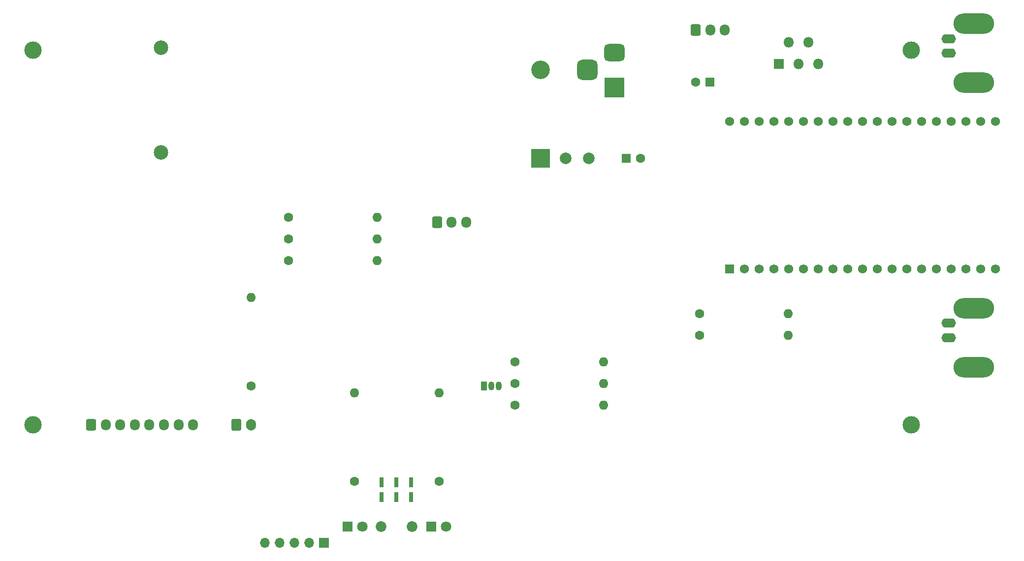
<source format=gbr>
%TF.GenerationSoftware,KiCad,Pcbnew,(6.0.4)*%
%TF.CreationDate,2024-02-20T18:27:15+01:00*%
%TF.ProjectId,OpenSpritzer2,4f70656e-5370-4726-9974-7a6572322e6b,rev?*%
%TF.SameCoordinates,Original*%
%TF.FileFunction,Soldermask,Bot*%
%TF.FilePolarity,Negative*%
%FSLAX46Y46*%
G04 Gerber Fmt 4.6, Leading zero omitted, Abs format (unit mm)*
G04 Created by KiCad (PCBNEW (6.0.4)) date 2024-02-20 18:27:15*
%MOMM*%
%LPD*%
G01*
G04 APERTURE LIST*
G04 Aperture macros list*
%AMRoundRect*
0 Rectangle with rounded corners*
0 $1 Rounding radius*
0 $2 $3 $4 $5 $6 $7 $8 $9 X,Y pos of 4 corners*
0 Add a 4 corners polygon primitive as box body*
4,1,4,$2,$3,$4,$5,$6,$7,$8,$9,$2,$3,0*
0 Add four circle primitives for the rounded corners*
1,1,$1+$1,$2,$3*
1,1,$1+$1,$4,$5*
1,1,$1+$1,$6,$7*
1,1,$1+$1,$8,$9*
0 Add four rect primitives between the rounded corners*
20,1,$1+$1,$2,$3,$4,$5,0*
20,1,$1+$1,$4,$5,$6,$7,0*
20,1,$1+$1,$6,$7,$8,$9,0*
20,1,$1+$1,$8,$9,$2,$3,0*%
G04 Aperture macros list end*
%ADD10C,3.000000*%
%ADD11C,1.600000*%
%ADD12O,1.600000X1.600000*%
%ADD13O,1.050000X1.500000*%
%ADD14R,1.050000X1.500000*%
%ADD15RoundRect,0.250000X-0.600000X-0.725000X0.600000X-0.725000X0.600000X0.725000X-0.600000X0.725000X0*%
%ADD16O,1.700000X1.950000*%
%ADD17RoundRect,0.250000X-0.600000X-0.750000X0.600000X-0.750000X0.600000X0.750000X-0.600000X0.750000X0*%
%ADD18O,1.700000X2.000000*%
%ADD19R,1.700000X1.700000*%
%ADD20O,1.700000X1.700000*%
%ADD21C,2.500000*%
%ADD22R,1.800000X1.800000*%
%ADD23C,1.800000*%
%ADD24O,2.499360X1.600200*%
%ADD25O,7.000240X3.500120*%
%ADD26R,1.560000X1.560000*%
%ADD27C,1.560000*%
%ADD28O,1.800000X1.800000*%
%ADD29C,2.000000*%
%ADD30C,1.850000*%
%ADD31R,0.750000X1.750000*%
%ADD32R,3.200000X3.200000*%
%ADD33O,3.200000X3.200000*%
%ADD34R,1.600000X1.600000*%
%ADD35R,3.500000X3.500000*%
%ADD36RoundRect,0.750000X-1.000000X0.750000X-1.000000X-0.750000X1.000000X-0.750000X1.000000X0.750000X0*%
%ADD37RoundRect,0.875000X-0.875000X0.875000X-0.875000X-0.875000X0.875000X-0.875000X0.875000X0.875000X0*%
G04 APERTURE END LIST*
D10*
%TO.C,H4*%
X10000000Y-72000000D03*
%TD*%
%TO.C,H3*%
X10000000Y-7500000D03*
%TD*%
%TO.C,H2*%
X161000000Y-72000000D03*
%TD*%
%TO.C,H1*%
X161000000Y-7500000D03*
%TD*%
D11*
%TO.C,R11*%
X53900000Y-36275000D03*
D12*
X69140000Y-36275000D03*
%TD*%
D11*
%TO.C,R10*%
X53900000Y-40025000D03*
D12*
X69140000Y-40025000D03*
%TD*%
D11*
%TO.C,R9*%
X53900000Y-43750000D03*
D12*
X69140000Y-43750000D03*
%TD*%
D11*
%TO.C,R8*%
X92850000Y-64875000D03*
D12*
X108090000Y-64875000D03*
%TD*%
D11*
%TO.C,R7*%
X92850000Y-68600000D03*
D12*
X108090000Y-68600000D03*
%TD*%
D11*
%TO.C,R6*%
X92850000Y-61125000D03*
D12*
X108090000Y-61125000D03*
%TD*%
D11*
%TO.C,R5*%
X47450000Y-65350000D03*
D12*
X47450000Y-50110000D03*
%TD*%
D11*
%TO.C,R4*%
X124650000Y-52825000D03*
D12*
X139890000Y-52825000D03*
%TD*%
D11*
%TO.C,R3*%
X124655000Y-56575000D03*
D12*
X139895000Y-56575000D03*
%TD*%
D11*
%TO.C,R2*%
X65300000Y-81720000D03*
D12*
X65300000Y-66480000D03*
%TD*%
D11*
%TO.C,R1*%
X79800000Y-81745000D03*
D12*
X79800000Y-66505000D03*
%TD*%
D13*
%TO.C,Q1*%
X90070000Y-65285000D03*
X88800000Y-65285000D03*
D14*
X87530000Y-65285000D03*
%TD*%
D15*
%TO.C,U3*%
X20000000Y-72000000D03*
D16*
X22500000Y-72000000D03*
X25000000Y-72000000D03*
X27500000Y-72000000D03*
X30000000Y-72000000D03*
X32500000Y-72000000D03*
X35000000Y-72000000D03*
X37500000Y-72000000D03*
%TD*%
D17*
%TO.C,D4*%
X44950000Y-72000000D03*
D18*
X47450000Y-72000000D03*
%TD*%
D15*
%TO.C,J4*%
X79450000Y-37125000D03*
D16*
X81950000Y-37125000D03*
X84450000Y-37125000D03*
%TD*%
D19*
%TO.C,SW3*%
X60000000Y-92300000D03*
D20*
X57460000Y-92300000D03*
X54920000Y-92300000D03*
X52380000Y-92300000D03*
X49840000Y-92300000D03*
%TD*%
D21*
%TO.C,REF\u002A\u002A*%
X32000000Y-7100000D03*
%TD*%
D22*
%TO.C,D2*%
X78500000Y-89500000D03*
D23*
X81040000Y-89500000D03*
%TD*%
D21*
%TO.C,REF\u002A\u002A*%
X32000000Y-25100000D03*
%TD*%
D24*
%TO.C,J2*%
X167498740Y-57000000D03*
D25*
X171763400Y-51902220D03*
X171763400Y-62100320D03*
D24*
X167498740Y-54500640D03*
%TD*%
D26*
%TO.C,U1*%
X129740000Y-45200000D03*
D27*
X132280000Y-45200000D03*
X134820000Y-45200000D03*
X137360000Y-45200000D03*
X139900000Y-45200000D03*
X142440000Y-45200000D03*
X144980000Y-45200000D03*
X147520000Y-45200000D03*
X150060000Y-45200000D03*
X152600000Y-45200000D03*
X155140000Y-45200000D03*
X157680000Y-45200000D03*
X160220000Y-45200000D03*
X162760000Y-45200000D03*
X165300000Y-45200000D03*
X167840000Y-45200000D03*
X170380000Y-45200000D03*
X172920000Y-45200000D03*
X175460000Y-45200000D03*
X129740000Y-19800000D03*
X132280000Y-19800000D03*
X134820000Y-19800000D03*
X137360000Y-19800000D03*
X139900000Y-19800000D03*
X142440000Y-19800000D03*
X144980000Y-19800000D03*
X147520000Y-19800000D03*
X150060000Y-19800000D03*
X152600000Y-19800000D03*
X155140000Y-19800000D03*
X157680000Y-19800000D03*
X160220000Y-19800000D03*
X162760000Y-19800000D03*
X165300000Y-19800000D03*
X167840000Y-19800000D03*
X170380000Y-19800000D03*
X172920000Y-19800000D03*
X175460000Y-19800000D03*
%TD*%
D22*
%TO.C,U2*%
X138250000Y-9850000D03*
D28*
X139950000Y-6150000D03*
X141650000Y-9850000D03*
X143350000Y-6150000D03*
X145050000Y-9850000D03*
%TD*%
D24*
%TO.C,J3*%
X167498740Y-8000000D03*
D25*
X171763400Y-2902220D03*
D24*
X167498740Y-5500640D03*
D25*
X171763400Y-13100320D03*
%TD*%
D15*
%TO.C,SW1*%
X123950000Y-4050000D03*
D16*
X126450000Y-4050000D03*
X128950000Y-4050000D03*
%TD*%
D29*
%TO.C,L1*%
X101600000Y-26100000D03*
X105600000Y-26100000D03*
%TD*%
D22*
%TO.C,D3*%
X64050000Y-89500000D03*
D23*
X66590000Y-89500000D03*
%TD*%
D30*
%TO.C,SW2*%
X69800000Y-89550000D03*
X75200000Y-89550000D03*
D31*
X69960000Y-81930000D03*
X72500000Y-81930000D03*
X75040000Y-81930000D03*
X69960000Y-84470000D03*
X72500000Y-84470000D03*
X75040000Y-84470000D03*
%TD*%
D32*
%TO.C,D1*%
X97250000Y-26120000D03*
D33*
X97250000Y-10880000D03*
%TD*%
D34*
%TO.C,C1*%
X126432380Y-13000000D03*
D11*
X123932380Y-13000000D03*
%TD*%
D34*
%TO.C,C2*%
X111967621Y-26100000D03*
D11*
X114467621Y-26100000D03*
%TD*%
D35*
%TO.C,J1*%
X110000000Y-13900000D03*
D36*
X110000000Y-7900000D03*
D37*
X105300000Y-10900000D03*
%TD*%
M02*

</source>
